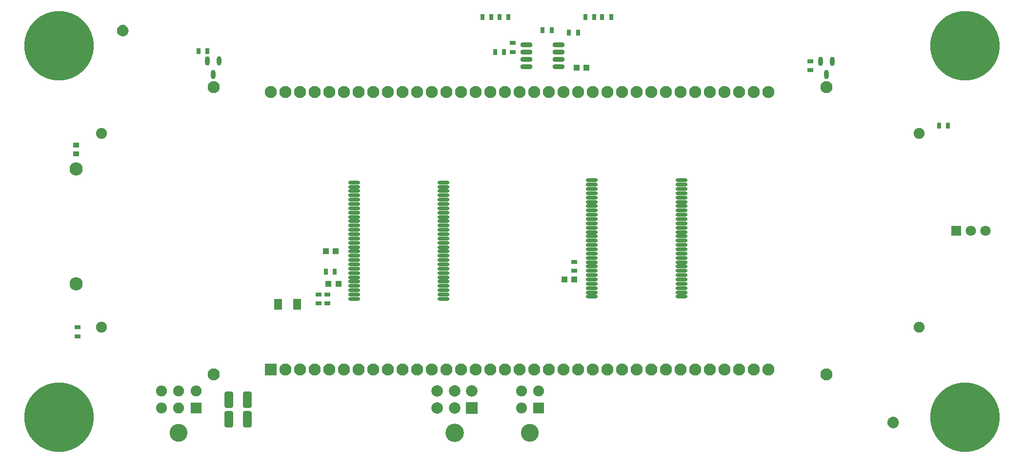
<source format=gbs>
G04*
G04 #@! TF.GenerationSoftware,Altium Limited,Altium Designer,18.1.1 (9)*
G04*
G04 Layer_Color=16711935*
%FSLAX24Y24*%
%MOIN*%
G70*
G01*
G75*
%ADD13R,0.0789X0.0789*%
%ADD14C,0.0789*%
%ADD15C,0.1261*%
%ADD16C,0.4764*%
%ADD17C,0.0748*%
%ADD18C,0.0827*%
%ADD19R,0.0827X0.0827*%
%ADD20R,0.0748X0.0748*%
%ADD21C,0.1220*%
%ADD22C,0.0906*%
%ADD23R,0.0710X0.0710*%
%ADD24C,0.0710*%
%ADD47O,0.0827X0.0236*%
%ADD48R,0.0434X0.0356*%
%ADD49R,0.0433X0.0394*%
%ADD50R,0.0315X0.0394*%
%ADD51R,0.0394X0.0315*%
%ADD52O,0.0320X0.0630*%
%ADD53O,0.0839X0.0335*%
G04:AMPARAMS|DCode=54|XSize=114.2mil|YSize=63mil|CornerRadius=16.7mil|HoleSize=0mil|Usage=FLASHONLY|Rotation=270.000|XOffset=0mil|YOffset=0mil|HoleType=Round|Shape=RoundedRectangle|*
%AMROUNDEDRECTD54*
21,1,0.1142,0.0295,0,0,270.0*
21,1,0.0807,0.0630,0,0,270.0*
1,1,0.0335,-0.0148,-0.0404*
1,1,0.0335,-0.0148,0.0404*
1,1,0.0335,0.0148,0.0404*
1,1,0.0335,0.0148,-0.0404*
%
%ADD54ROUNDEDRECTD54*%
G04:AMPARAMS|DCode=55|XSize=55.1mil|YSize=76mil|CornerRadius=4.5mil|HoleSize=0mil|Usage=FLASHONLY|Rotation=180.000|XOffset=0mil|YOffset=0mil|HoleType=Round|Shape=RoundedRectangle|*
%AMROUNDEDRECTD55*
21,1,0.0551,0.0669,0,0,180.0*
21,1,0.0461,0.0760,0,0,180.0*
1,1,0.0091,-0.0230,0.0335*
1,1,0.0091,0.0230,0.0335*
1,1,0.0091,0.0230,-0.0335*
1,1,0.0091,-0.0230,-0.0335*
%
%ADD55ROUNDEDRECTD55*%
G36*
X14492Y46565D02*
X14478Y46462D01*
X14438Y46366D01*
X14375Y46284D01*
X14293Y46221D01*
X14197Y46181D01*
X14094Y46168D01*
X13992Y46181D01*
X13896Y46221D01*
X13814Y46284D01*
X13751Y46366D01*
X13711Y46462D01*
X13697Y46565D01*
X13711Y46668D01*
X13751Y46764D01*
X13814Y46846D01*
X13896Y46909D01*
X13992Y46949D01*
X14094Y46962D01*
X14197Y46949D01*
X14293Y46909D01*
X14375Y46846D01*
X14438Y46764D01*
X14478Y46668D01*
X14492Y46565D01*
D02*
G37*
G36*
X67129Y19734D02*
X67116Y19631D01*
X67076Y19536D01*
X67013Y19453D01*
X66931Y19390D01*
X66835Y19351D01*
X66732Y19337D01*
X66630Y19351D01*
X66534Y19390D01*
X66451Y19453D01*
X66388Y19536D01*
X66349Y19631D01*
X66335Y19734D01*
X66349Y19837D01*
X66388Y19933D01*
X66451Y20015D01*
X66534Y20078D01*
X66630Y20118D01*
X66732Y20131D01*
X66835Y20118D01*
X66931Y20078D01*
X67013Y20015D01*
X67076Y19933D01*
X67116Y19837D01*
X67129Y19734D01*
D02*
G37*
D13*
X37943Y20716D02*
D03*
D14*
X36762D02*
D03*
X37943Y21897D02*
D03*
X36762D02*
D03*
X35581Y20716D02*
D03*
Y21897D02*
D03*
D15*
X36762Y19023D02*
D03*
D16*
X9750Y45529D02*
D03*
X71634D02*
D03*
X9750Y20100D02*
D03*
X71634D02*
D03*
D17*
X12650Y26250D02*
D03*
Y39530D02*
D03*
X68516Y26250D02*
D03*
Y39530D02*
D03*
X17913Y20716D02*
D03*
X19094Y21897D02*
D03*
X17913D02*
D03*
X16732Y20716D02*
D03*
Y21897D02*
D03*
X41319Y20716D02*
D03*
Y21897D02*
D03*
X42500D02*
D03*
D18*
X58200Y42350D02*
D03*
X57200D02*
D03*
X56200D02*
D03*
X55200D02*
D03*
X54200D02*
D03*
X53200D02*
D03*
X52200D02*
D03*
X51200D02*
D03*
X50200D02*
D03*
X49200D02*
D03*
X48200D02*
D03*
X47200D02*
D03*
X46200D02*
D03*
X45200D02*
D03*
X44200D02*
D03*
X43200D02*
D03*
X42200D02*
D03*
X41200D02*
D03*
X40200D02*
D03*
X39200D02*
D03*
X38200D02*
D03*
X37200D02*
D03*
X36200D02*
D03*
X35200D02*
D03*
X34200D02*
D03*
X33200D02*
D03*
X32200D02*
D03*
X31200D02*
D03*
X30200D02*
D03*
X29200D02*
D03*
X28200D02*
D03*
X27200D02*
D03*
X26200D02*
D03*
X25200D02*
D03*
X24200D02*
D03*
X58200Y23350D02*
D03*
X57200D02*
D03*
X56200D02*
D03*
X55200D02*
D03*
X54200D02*
D03*
X53200D02*
D03*
X52200D02*
D03*
X51200D02*
D03*
X50200D02*
D03*
X49200D02*
D03*
X48200D02*
D03*
X47200D02*
D03*
X46200D02*
D03*
X45200D02*
D03*
X44200D02*
D03*
X43200D02*
D03*
X42200D02*
D03*
X41200D02*
D03*
X40200D02*
D03*
X39200D02*
D03*
X38200D02*
D03*
X37200D02*
D03*
X36200D02*
D03*
X35200D02*
D03*
X34200D02*
D03*
X33200D02*
D03*
X32200D02*
D03*
X31200D02*
D03*
X30200D02*
D03*
X29200D02*
D03*
X28200D02*
D03*
X27200D02*
D03*
X26200D02*
D03*
X25200D02*
D03*
X62175Y42707D02*
D03*
Y23022D02*
D03*
X20285Y42707D02*
D03*
Y23022D02*
D03*
D19*
X24200Y23350D02*
D03*
D20*
X19094Y20716D02*
D03*
X42500D02*
D03*
D21*
X17913Y19023D02*
D03*
X41909Y19015D02*
D03*
D22*
X10915Y37106D02*
D03*
Y29232D02*
D03*
D23*
X71039Y32854D02*
D03*
D24*
X73039D02*
D03*
X72039D02*
D03*
D47*
X29900Y28200D02*
D03*
Y28495D02*
D03*
Y28791D02*
D03*
Y29086D02*
D03*
Y29381D02*
D03*
Y29676D02*
D03*
Y29972D02*
D03*
Y30267D02*
D03*
Y30562D02*
D03*
Y30857D02*
D03*
Y31153D02*
D03*
Y31448D02*
D03*
Y31743D02*
D03*
Y32039D02*
D03*
Y32334D02*
D03*
Y32629D02*
D03*
Y32924D02*
D03*
Y33220D02*
D03*
Y33515D02*
D03*
Y33810D02*
D03*
Y34106D02*
D03*
Y34401D02*
D03*
Y34696D02*
D03*
Y34991D02*
D03*
Y35287D02*
D03*
Y35582D02*
D03*
Y35877D02*
D03*
Y36172D02*
D03*
X36002Y28200D02*
D03*
Y28495D02*
D03*
Y28791D02*
D03*
Y29086D02*
D03*
Y29381D02*
D03*
Y29676D02*
D03*
Y29972D02*
D03*
Y30267D02*
D03*
Y30562D02*
D03*
Y30857D02*
D03*
Y31153D02*
D03*
Y31448D02*
D03*
Y31743D02*
D03*
Y32039D02*
D03*
Y32334D02*
D03*
Y32629D02*
D03*
Y32924D02*
D03*
Y33220D02*
D03*
Y33515D02*
D03*
Y33810D02*
D03*
Y34106D02*
D03*
Y34401D02*
D03*
Y34696D02*
D03*
Y34991D02*
D03*
Y35287D02*
D03*
Y35582D02*
D03*
Y35877D02*
D03*
Y36172D02*
D03*
X52252Y36322D02*
D03*
Y36027D02*
D03*
Y35732D02*
D03*
Y35437D02*
D03*
Y35141D02*
D03*
Y34846D02*
D03*
Y34551D02*
D03*
Y34256D02*
D03*
Y33960D02*
D03*
Y33665D02*
D03*
Y33370D02*
D03*
Y33074D02*
D03*
Y32779D02*
D03*
Y32484D02*
D03*
Y32189D02*
D03*
Y31893D02*
D03*
Y31598D02*
D03*
Y31303D02*
D03*
Y31007D02*
D03*
Y30712D02*
D03*
Y30417D02*
D03*
Y30122D02*
D03*
Y29826D02*
D03*
Y29531D02*
D03*
Y29236D02*
D03*
Y28941D02*
D03*
Y28645D02*
D03*
Y28350D02*
D03*
X46150Y36322D02*
D03*
Y36027D02*
D03*
Y35732D02*
D03*
Y35437D02*
D03*
Y35141D02*
D03*
Y34846D02*
D03*
Y34551D02*
D03*
Y34256D02*
D03*
Y33960D02*
D03*
Y33665D02*
D03*
Y33370D02*
D03*
Y33074D02*
D03*
Y32779D02*
D03*
Y32484D02*
D03*
Y32189D02*
D03*
Y31893D02*
D03*
Y31598D02*
D03*
Y31303D02*
D03*
Y31007D02*
D03*
Y30712D02*
D03*
Y30417D02*
D03*
Y30122D02*
D03*
Y29826D02*
D03*
Y29531D02*
D03*
Y29236D02*
D03*
Y28941D02*
D03*
Y28645D02*
D03*
Y28350D02*
D03*
D48*
X10915Y38120D02*
D03*
Y38730D02*
D03*
D49*
X27972Y31447D02*
D03*
X28642D02*
D03*
X28150Y29213D02*
D03*
X28819D02*
D03*
X44252Y29528D02*
D03*
X44921D02*
D03*
X45089Y44026D02*
D03*
X45758D02*
D03*
D50*
X28573Y30059D02*
D03*
X27963D02*
D03*
X19272Y45177D02*
D03*
X19882D02*
D03*
X39528Y45108D02*
D03*
X40138D02*
D03*
X45187Y46437D02*
D03*
X44577D02*
D03*
X43386Y46585D02*
D03*
X42776D02*
D03*
X38652Y47480D02*
D03*
X39262D02*
D03*
X45689D02*
D03*
X46299D02*
D03*
X39823D02*
D03*
X40433D02*
D03*
X46851D02*
D03*
X47461D02*
D03*
X70482Y40079D02*
D03*
X69872D02*
D03*
D51*
X44921Y30738D02*
D03*
Y30128D02*
D03*
X27470Y28504D02*
D03*
Y27894D02*
D03*
X28071Y28504D02*
D03*
Y27894D02*
D03*
X61063Y43859D02*
D03*
Y44469D02*
D03*
X40738Y45108D02*
D03*
Y45718D02*
D03*
X11004Y26250D02*
D03*
Y25640D02*
D03*
D52*
X62172Y43563D02*
D03*
X62572Y44473D02*
D03*
X61772D02*
D03*
X20282Y43573D02*
D03*
X20682Y44483D02*
D03*
X19882D02*
D03*
D53*
X41663Y44104D02*
D03*
Y44604D02*
D03*
X43863D02*
D03*
Y44104D02*
D03*
X41663Y45604D02*
D03*
X43863D02*
D03*
X41663Y45104D02*
D03*
X43863D02*
D03*
D54*
X22598Y21280D02*
D03*
X21339D02*
D03*
X22598Y19961D02*
D03*
X21339D02*
D03*
D55*
X26014Y27825D02*
D03*
X24714D02*
D03*
M02*

</source>
